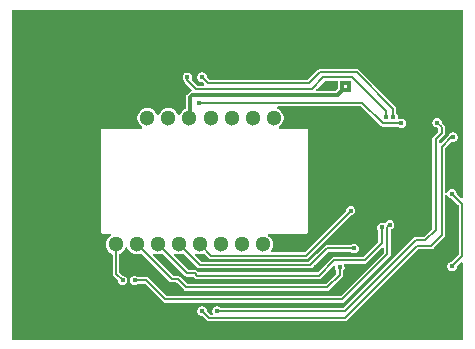
<source format=gbr>
%TF.GenerationSoftware,KiCad,Pcbnew,9.0.5*%
%TF.CreationDate,2025-10-14T06:31:36+02:00*%
%TF.ProjectId,PCB_Mouse,5043425f-4d6f-4757-9365-2e6b69636164,rev?*%
%TF.SameCoordinates,Original*%
%TF.FileFunction,Copper,L2,Bot*%
%TF.FilePolarity,Positive*%
%FSLAX46Y46*%
G04 Gerber Fmt 4.6, Leading zero omitted, Abs format (unit mm)*
G04 Created by KiCad (PCBNEW 9.0.5) date 2025-10-14 06:31:36*
%MOMM*%
%LPD*%
G01*
G04 APERTURE LIST*
%TA.AperFunction,ComponentPad*%
%ADD10C,3.800000*%
%TD*%
%TA.AperFunction,ComponentPad*%
%ADD11C,1.300000*%
%TD*%
%TA.AperFunction,ViaPad*%
%ADD12C,0.400000*%
%TD*%
%TA.AperFunction,Conductor*%
%ADD13C,0.160000*%
%TD*%
%TA.AperFunction,Conductor*%
%ADD14C,0.300000*%
%TD*%
G04 APERTURE END LIST*
D10*
%TO.P,H2,1,1*%
%TO.N,GND*%
X117500000Y-90000000D03*
%TD*%
D11*
%TO.P,U1,1,NC*%
%TO.N,unconnected-(U1-NC-Pad1)*%
X106675000Y-94650000D03*
%TO.P,U1,2,NC*%
%TO.N,unconnected-(U1-NC-Pad2)*%
X104895000Y-94650000D03*
%TO.P,U1,3,VDDPIX*%
%TO.N,Net-(U1-VDDPIX)*%
X103115000Y-94650000D03*
%TO.P,U1,4,VDD*%
%TO.N,+1V8*%
X101335000Y-94650000D03*
%TO.P,U1,5,VDDIO*%
%TO.N,+3.3V*%
X99555000Y-94650000D03*
%TO.P,U1,6,NC*%
%TO.N,unconnected-(U1-NC-Pad6)*%
X97775000Y-94650000D03*
%TO.P,U1,7,~{RESET}*%
%TO.N,/RESET*%
X95995000Y-94650000D03*
%TO.P,U1,8,GND*%
%TO.N,GND*%
X94215000Y-94650000D03*
%TO.P,U1,9,MOTION*%
%TO.N,Net-(U1-MOTION)*%
X93325000Y-105350000D03*
%TO.P,U1,10,SCLK*%
%TO.N,Net-(U1-SCLK)*%
X95105000Y-105350000D03*
%TO.P,U1,11,MOSI*%
%TO.N,/MOSI*%
X96885000Y-105350000D03*
%TO.P,U1,12,MISO*%
%TO.N,/MISO*%
X98665000Y-105350000D03*
%TO.P,U1,13,~{CS}*%
%TO.N,/CS*%
X100445000Y-105350000D03*
%TO.P,U1,14,NC*%
%TO.N,unconnected-(U1-NC-Pad14)*%
X102225000Y-105350000D03*
%TO.P,U1,15,LED_P*%
%TO.N,Net-(U1-LED_P)*%
X104005000Y-105350000D03*
%TO.P,U1,16,NC*%
%TO.N,unconnected-(U1-NC-Pad16)*%
X105785000Y-105350000D03*
%TD*%
D10*
%TO.P,H1,1,1*%
%TO.N,GND*%
X87500000Y-90000000D03*
%TD*%
%TO.P,H3,1,1*%
%TO.N,GND*%
X87500000Y-110000000D03*
%TD*%
%TO.P,H4,1,1*%
%TO.N,GND*%
X117500000Y-110000000D03*
%TD*%
D12*
%TO.N,GND*%
X116800000Y-106200000D03*
X100500000Y-106400000D03*
X99000000Y-106400000D03*
X112900000Y-106200000D03*
X110300000Y-107300000D03*
X102700000Y-108500000D03*
X112000000Y-109500000D03*
X102900000Y-109500000D03*
X102500000Y-110500000D03*
X111800000Y-110500000D03*
X105900000Y-110500000D03*
X94200000Y-106100000D03*
%TO.N,/SENSOR_INT*%
X94910000Y-108400000D03*
%TO.N,Net-(U1-MOTION)*%
X93890000Y-108400000D03*
%TO.N,GND*%
X120300000Y-111700000D03*
X122000000Y-112300000D03*
X118752500Y-97310000D03*
X113560588Y-108260588D03*
X96600000Y-107700000D03*
X88900000Y-112600000D03*
X108200000Y-112900000D03*
X114800000Y-86200000D03*
X110000000Y-89200000D03*
X85100000Y-105400000D03*
X97800000Y-112600000D03*
X93900000Y-92800000D03*
X111140000Y-88000000D03*
X91500000Y-104800000D03*
X91200000Y-109500000D03*
X111725000Y-99290000D03*
X121700000Y-106200000D03*
X92210000Y-87750000D03*
X118752500Y-100310000D03*
X85200000Y-92500000D03*
X118752500Y-99310000D03*
X104000000Y-90000000D03*
X91400000Y-98900000D03*
X115752500Y-97310000D03*
X115752500Y-98310000D03*
X105800000Y-88200000D03*
X104900000Y-112900000D03*
X117752500Y-98310000D03*
X117752500Y-97310000D03*
X110200000Y-94600000D03*
X112300000Y-89200000D03*
X116752500Y-100310000D03*
X119752500Y-100310000D03*
X85200000Y-102100000D03*
X115100000Y-110900000D03*
X119700000Y-106080000D03*
X93800000Y-111700000D03*
X122000000Y-110600000D03*
X121200000Y-92700000D03*
X120800000Y-91200000D03*
X107600000Y-90000000D03*
X116100000Y-86600000D03*
X111000000Y-108500000D03*
X107600000Y-88700000D03*
X85800000Y-107500000D03*
X110200000Y-100600000D03*
X117500000Y-92500000D03*
X94600000Y-112200000D03*
X87100000Y-97000000D03*
X97000000Y-92000000D03*
X102500000Y-112300000D03*
X90000000Y-86500000D03*
X91600000Y-91500000D03*
X115752500Y-99310000D03*
X110300000Y-98500000D03*
X120500000Y-108800000D03*
X99700000Y-111500000D03*
X86100000Y-95700000D03*
X119752500Y-101310000D03*
X107300000Y-105400000D03*
X110100000Y-104100000D03*
X122000000Y-93600000D03*
X111100000Y-91900000D03*
X85000000Y-88700000D03*
X87000000Y-102000000D03*
X98500000Y-107700000D03*
X95600000Y-109000000D03*
X122000000Y-90400000D03*
X119500000Y-92600000D03*
X92400000Y-106200000D03*
X119800000Y-87300000D03*
X107900000Y-90900000D03*
X117752500Y-101310000D03*
X101200000Y-110500000D03*
X93200000Y-93800000D03*
X98125000Y-108800000D03*
X89100000Y-92500000D03*
X90800000Y-107900000D03*
X116752500Y-97310000D03*
X116752500Y-99310000D03*
X118752500Y-98310000D03*
X97300000Y-108400000D03*
X117400000Y-87400000D03*
X117900000Y-86500000D03*
X110200000Y-95600000D03*
X113700000Y-88000000D03*
X91400000Y-88900000D03*
X91500000Y-103300000D03*
X91500000Y-111800000D03*
X117752500Y-99310000D03*
X108900000Y-105400000D03*
X93900000Y-91300000D03*
X100800000Y-112700000D03*
X93900000Y-109700000D03*
X96600000Y-93300000D03*
X104800000Y-87400000D03*
X86000000Y-87100000D03*
X91600000Y-100800000D03*
X121500000Y-86500000D03*
X122030000Y-104230000D03*
X109800000Y-112100000D03*
X90200000Y-92000000D03*
X91600000Y-92600000D03*
X89000000Y-93900000D03*
X119752500Y-97310000D03*
X108700000Y-94500000D03*
X110100000Y-102500000D03*
X114400000Y-112700000D03*
X112475000Y-98190000D03*
X119752500Y-99310000D03*
X122020000Y-105160000D03*
X103000000Y-91100000D03*
X86400000Y-94000000D03*
X93200000Y-88900000D03*
X86100000Y-99100000D03*
X109100000Y-90000000D03*
X94500000Y-107600000D03*
X95700000Y-93400000D03*
X94000000Y-90000000D03*
X115100000Y-87900000D03*
X118100000Y-112700000D03*
X86800000Y-86300000D03*
X85400000Y-112700000D03*
X110300000Y-96900000D03*
X112100000Y-85800000D03*
X114660588Y-107160588D03*
X116752500Y-101310000D03*
X115000000Y-90900000D03*
X120500000Y-89400000D03*
X91500000Y-95100000D03*
X88700000Y-103800000D03*
X102000000Y-89900000D03*
X107300000Y-112800000D03*
X115752500Y-100310000D03*
X116752500Y-98310000D03*
X92300000Y-95100000D03*
X92200000Y-90400000D03*
X118752500Y-101310000D03*
X93000000Y-108300000D03*
X96400000Y-89900000D03*
X119700000Y-112000000D03*
X122400000Y-108600000D03*
X95300000Y-91400000D03*
X117900000Y-107400000D03*
X119752500Y-98310000D03*
X120400000Y-112800000D03*
X114100000Y-86800000D03*
X104800000Y-89600000D03*
X88900000Y-99600000D03*
X114700000Y-89700000D03*
X120700000Y-106200000D03*
X89200000Y-96400000D03*
X89200000Y-87300000D03*
X116300000Y-112600000D03*
X117752500Y-100310000D03*
X111800000Y-112500000D03*
X88400000Y-86600000D03*
X92200000Y-104900000D03*
X87900000Y-106000000D03*
X111200000Y-89300000D03*
X121300000Y-87900000D03*
X115752500Y-101310000D03*
X91700000Y-96900000D03*
%TO.N,+3.3V*%
X113100000Y-91700000D03*
X112500000Y-91700000D03*
X112500000Y-92300000D03*
X113100000Y-92300000D03*
%TO.N,Net-(D3-A)*%
X121761679Y-101060000D03*
X121795000Y-107210000D03*
%TO.N,/SWCLK*%
X101900000Y-111000000D03*
X120510000Y-95050000D03*
%TO.N,/SWDIO*%
X121870000Y-96270000D03*
X100625000Y-111000000D03*
%TO.N,/USART1_TX*%
X100625000Y-91200000D03*
X116800000Y-94600000D03*
%TO.N,/USART1_RX*%
X116199997Y-94600000D03*
X99375000Y-91200000D03*
%TO.N,/RESET*%
X100400000Y-93400000D03*
X117500000Y-95100000D03*
%TO.N,/MISO*%
X113500000Y-105700000D03*
%TO.N,Net-(U1-SCLK)*%
X112280000Y-107300000D03*
%TO.N,/SENSOR_INT*%
X116502500Y-103697500D03*
%TO.N,/CS*%
X113200000Y-102500000D03*
%TO.N,/MOSI*%
X115819412Y-103919412D03*
%TD*%
D13*
%TO.N,/SWCLK*%
X112700000Y-111000000D02*
X101900000Y-111000000D01*
X120900000Y-95900000D02*
X120400000Y-96400000D01*
X120900000Y-95440000D02*
X120900000Y-95900000D01*
X118700000Y-105000000D02*
X112700000Y-111000000D01*
X120510000Y-95050000D02*
X120900000Y-95440000D01*
X120400000Y-96400000D02*
X120400000Y-104100000D01*
X120400000Y-104100000D02*
X119500000Y-105000000D01*
X119500000Y-105000000D02*
X118700000Y-105000000D01*
%TO.N,/SENSOR_INT*%
X116300000Y-103900000D02*
X116502500Y-103697500D01*
X95900000Y-108400000D02*
X97500000Y-110000000D01*
X97500000Y-110000000D02*
X112500000Y-110000000D01*
X112500000Y-110000000D02*
X116300000Y-106200000D01*
X116300000Y-106200000D02*
X116300000Y-103900000D01*
X94910000Y-108400000D02*
X95900000Y-108400000D01*
%TO.N,/MISO*%
X100415000Y-107100000D02*
X98665000Y-105350000D01*
X111200000Y-105700000D02*
X109800000Y-107100000D01*
X113500000Y-105700000D02*
X111200000Y-105700000D01*
X109800000Y-107100000D02*
X100415000Y-107100000D01*
%TO.N,/CS*%
X109400000Y-106300000D02*
X113200000Y-102500000D01*
X101395000Y-106300000D02*
X109400000Y-106300000D01*
X100445000Y-105350000D02*
X101395000Y-106300000D01*
%TO.N,/MOSI*%
X111800000Y-106700000D02*
X114400000Y-106700000D01*
X110500000Y-108000000D02*
X111800000Y-106700000D01*
X115819412Y-105280588D02*
X115819412Y-103919412D01*
X100200000Y-108000000D02*
X110500000Y-108000000D01*
X99335000Y-107800000D02*
X100000000Y-107800000D01*
X100000000Y-107800000D02*
X100200000Y-108000000D01*
X96885000Y-105350000D02*
X99335000Y-107800000D01*
X114400000Y-106700000D02*
X115819412Y-105280588D01*
%TO.N,Net-(U1-SCLK)*%
X111200000Y-109000000D02*
X99300000Y-109000000D01*
X99300000Y-109000000D02*
X98600000Y-108300000D01*
X98600000Y-108300000D02*
X98055000Y-108300000D01*
X112280000Y-107920000D02*
X111200000Y-109000000D01*
X112280000Y-107300000D02*
X112280000Y-107920000D01*
X98055000Y-108300000D02*
X95105000Y-105350000D01*
%TO.N,/SWDIO*%
X112700000Y-111600000D02*
X101225000Y-111600000D01*
X120000000Y-105500000D02*
X118800000Y-105500000D01*
X101225000Y-111600000D02*
X100625000Y-111000000D01*
X120900000Y-104600000D02*
X120000000Y-105500000D01*
X118800000Y-105500000D02*
X112700000Y-111600000D01*
X120900000Y-97100000D02*
X120900000Y-104600000D01*
X121730000Y-96270000D02*
X120900000Y-97100000D01*
X121870000Y-96270000D02*
X121730000Y-96270000D01*
%TO.N,Net-(U1-MOTION)*%
X93325000Y-107835000D02*
X93890000Y-108400000D01*
X93325000Y-105350000D02*
X93325000Y-107835000D01*
D14*
%TO.N,+3.3V*%
X113100000Y-91700000D02*
X113100000Y-92300000D01*
X112500000Y-91700000D02*
X112500000Y-92300000D01*
X99600000Y-92900000D02*
X99800000Y-92700000D01*
X112500000Y-92300000D02*
X113100000Y-92300000D01*
X99555000Y-94650000D02*
X99600000Y-94605000D01*
X112100000Y-92700000D02*
X112500000Y-92300000D01*
X99600000Y-94605000D02*
X99600000Y-92900000D01*
X113100000Y-91700000D02*
X112500000Y-91700000D01*
X99800000Y-92700000D02*
X112100000Y-92700000D01*
D13*
%TO.N,Net-(D3-A)*%
X121795000Y-107205000D02*
X121795000Y-107210000D01*
X122619000Y-101919000D02*
X122619000Y-106381000D01*
X121761679Y-101061679D02*
X122619000Y-101919000D01*
X121761679Y-101060000D02*
X121761679Y-101061679D01*
X122619000Y-106381000D02*
X121795000Y-107205000D01*
%TO.N,/USART1_TX*%
X110600000Y-90800000D02*
X109700000Y-91700000D01*
X113700000Y-90800000D02*
X110600000Y-90800000D01*
X109700000Y-91700000D02*
X101125000Y-91700000D01*
X116800000Y-94600000D02*
X116800000Y-93900000D01*
X101125000Y-91700000D02*
X100625000Y-91200000D01*
X116800000Y-93900000D02*
X113700000Y-90800000D01*
%TO.N,/USART1_RX*%
X113300000Y-91200000D02*
X116199997Y-94099997D01*
X100100000Y-92200000D02*
X109900000Y-92200000D01*
X116199997Y-94099997D02*
X116199997Y-94600000D01*
X99375000Y-91475000D02*
X100100000Y-92200000D01*
X109900000Y-92200000D02*
X110900000Y-91200000D01*
X99375000Y-91200000D02*
X99375000Y-91475000D01*
X110900000Y-91200000D02*
X113300000Y-91200000D01*
%TO.N,/RESET*%
X114200000Y-93400000D02*
X115900000Y-95100000D01*
X100400000Y-93400000D02*
X114200000Y-93400000D01*
X115900000Y-95100000D02*
X117500000Y-95100000D01*
%TD*%
%TA.AperFunction,Conductor*%
%TO.N,GND*%
G36*
X96554875Y-106133832D02*
G01*
X96636918Y-106167816D01*
X96801233Y-106200500D01*
X96801234Y-106200500D01*
X96968766Y-106200500D01*
X96968767Y-106200500D01*
X97133082Y-106167816D01*
X97194329Y-106142445D01*
X97255325Y-106137645D01*
X97302219Y-106163906D01*
X99110544Y-107972231D01*
X99110543Y-107972231D01*
X99137813Y-107999500D01*
X99162769Y-108024456D01*
X99206147Y-108049500D01*
X99226731Y-108061384D01*
X99226733Y-108061384D01*
X99226734Y-108061385D01*
X99262401Y-108070942D01*
X99298068Y-108080499D01*
X99298070Y-108080500D01*
X99298071Y-108080500D01*
X99298072Y-108080500D01*
X99842807Y-108080500D01*
X99850404Y-108082968D01*
X99858295Y-108081719D01*
X99878948Y-108092242D01*
X99900998Y-108099407D01*
X99912808Y-108109495D01*
X99957400Y-108154087D01*
X99975543Y-108172230D01*
X99975545Y-108172233D01*
X100027766Y-108224453D01*
X100027769Y-108224456D01*
X100091731Y-108261384D01*
X100163072Y-108280500D01*
X100163074Y-108280500D01*
X110536930Y-108280500D01*
X110536930Y-108280499D01*
X110608265Y-108261385D01*
X110608266Y-108261385D01*
X110608266Y-108261384D01*
X110608269Y-108261384D01*
X110672231Y-108224456D01*
X110724456Y-108172231D01*
X110724456Y-108172229D01*
X110732606Y-108164080D01*
X110732608Y-108164077D01*
X111710497Y-107186190D01*
X111765013Y-107158413D01*
X111825445Y-107167984D01*
X111868710Y-107211249D01*
X111879500Y-107256194D01*
X111879500Y-107352727D01*
X111886942Y-107380500D01*
X111906794Y-107454589D01*
X111906794Y-107454590D01*
X111959518Y-107545910D01*
X111959520Y-107545913D01*
X111970505Y-107556898D01*
X111974130Y-107564013D01*
X111980593Y-107568709D01*
X111987756Y-107590757D01*
X111998281Y-107611413D01*
X111999500Y-107626900D01*
X111999500Y-107762805D01*
X111980593Y-107820996D01*
X111970504Y-107832809D01*
X111112810Y-108690504D01*
X111058293Y-108718281D01*
X111042806Y-108719500D01*
X99457195Y-108719500D01*
X99399004Y-108700593D01*
X99387191Y-108690504D01*
X98824457Y-108127771D01*
X98824456Y-108127769D01*
X98772231Y-108075544D01*
X98708269Y-108038616D01*
X98708268Y-108038615D01*
X98708265Y-108038614D01*
X98669653Y-108028268D01*
X98669652Y-108028268D01*
X98636931Y-108019500D01*
X98636929Y-108019500D01*
X98636928Y-108019500D01*
X98212194Y-108019500D01*
X98154003Y-108000593D01*
X98142190Y-107990504D01*
X96446987Y-106295301D01*
X96419210Y-106240784D01*
X96428781Y-106180352D01*
X96472046Y-106137087D01*
X96532478Y-106127516D01*
X96554875Y-106133832D01*
G37*
%TD.AperFunction*%
%TA.AperFunction,Conductor*%
G36*
X112041923Y-91489193D02*
G01*
X112069088Y-91496472D01*
X112070788Y-91498571D01*
X112073359Y-91499407D01*
X112089894Y-91522165D01*
X112107593Y-91544022D01*
X112107734Y-91546720D01*
X112109323Y-91548907D01*
X112110794Y-91605124D01*
X112099500Y-91647270D01*
X112099500Y-91647273D01*
X112099500Y-91752727D01*
X112108895Y-91787790D01*
X112126794Y-91854590D01*
X112136235Y-91870941D01*
X112149500Y-91920443D01*
X112149500Y-92079555D01*
X112136238Y-92129052D01*
X112126794Y-92145410D01*
X112126792Y-92145413D01*
X112121904Y-92163657D01*
X112096282Y-92208034D01*
X111983814Y-92320503D01*
X111929297Y-92348281D01*
X111913810Y-92349500D01*
X110386194Y-92349500D01*
X110328003Y-92330593D01*
X110292039Y-92281093D01*
X110292039Y-92219907D01*
X110316190Y-92180496D01*
X110587977Y-91908710D01*
X110987191Y-91509496D01*
X111041708Y-91481719D01*
X111057195Y-91480500D01*
X112015168Y-91480500D01*
X112041923Y-91489193D01*
G37*
%TD.AperFunction*%
%TA.AperFunction,Conductor*%
G36*
X122658691Y-85489407D02*
G01*
X122694655Y-85538907D01*
X122699500Y-85569500D01*
X122699500Y-101363805D01*
X122680593Y-101421996D01*
X122631093Y-101457960D01*
X122569907Y-101457960D01*
X122530496Y-101433809D01*
X122191175Y-101094488D01*
X122163398Y-101039971D01*
X122162179Y-101024484D01*
X122162179Y-101007274D01*
X122162179Y-101007273D01*
X122134886Y-100905413D01*
X122082159Y-100814087D01*
X122007592Y-100739520D01*
X121916266Y-100686793D01*
X121814406Y-100659500D01*
X121708952Y-100659500D01*
X121607092Y-100686793D01*
X121607091Y-100686793D01*
X121607089Y-100686794D01*
X121607088Y-100686794D01*
X121515768Y-100739518D01*
X121441197Y-100814089D01*
X121388473Y-100905409D01*
X121388473Y-100905411D01*
X121388472Y-100905413D01*
X121375127Y-100955219D01*
X121341803Y-101006533D01*
X121284681Y-101028460D01*
X121225581Y-101012624D01*
X121187076Y-100965074D01*
X121180500Y-100929596D01*
X121180500Y-97257194D01*
X121199407Y-97199003D01*
X121209496Y-97187190D01*
X121705020Y-96691665D01*
X121759535Y-96663890D01*
X121800642Y-96666043D01*
X121817273Y-96670500D01*
X121817275Y-96670500D01*
X121922725Y-96670500D01*
X121922727Y-96670500D01*
X122024587Y-96643207D01*
X122115913Y-96590480D01*
X122190480Y-96515913D01*
X122243207Y-96424587D01*
X122270500Y-96322727D01*
X122270500Y-96217273D01*
X122243207Y-96115413D01*
X122190480Y-96024087D01*
X122115913Y-95949520D01*
X122024587Y-95896793D01*
X121922727Y-95869500D01*
X121817273Y-95869500D01*
X121715413Y-95896793D01*
X121715412Y-95896793D01*
X121715410Y-95896794D01*
X121715409Y-95896794D01*
X121624089Y-95949518D01*
X121549519Y-96024088D01*
X121515457Y-96083084D01*
X121499725Y-96103586D01*
X120849504Y-96753808D01*
X120828848Y-96764332D01*
X120810093Y-96777959D01*
X120802104Y-96777959D01*
X120794987Y-96781585D01*
X120772092Y-96777959D01*
X120748907Y-96777959D01*
X120742444Y-96773263D01*
X120734555Y-96772014D01*
X120718163Y-96755622D01*
X120699407Y-96741995D01*
X120696938Y-96734397D01*
X120691290Y-96728749D01*
X120680500Y-96683804D01*
X120680500Y-96557193D01*
X120699407Y-96499002D01*
X120709497Y-96487189D01*
X120873963Y-96322723D01*
X121124456Y-96072231D01*
X121161384Y-96008269D01*
X121180500Y-95936928D01*
X121180500Y-95863071D01*
X121180500Y-95403072D01*
X121174443Y-95380469D01*
X121161384Y-95331731D01*
X121149199Y-95310626D01*
X121124456Y-95267769D01*
X121124455Y-95267767D01*
X121072231Y-95215543D01*
X121072231Y-95215544D01*
X120939496Y-95082809D01*
X120911719Y-95028292D01*
X120910500Y-95012805D01*
X120910500Y-94997274D01*
X120896604Y-94945413D01*
X120883207Y-94895413D01*
X120859347Y-94854087D01*
X120830481Y-94804089D01*
X120830480Y-94804087D01*
X120755913Y-94729520D01*
X120755490Y-94729276D01*
X120664589Y-94676794D01*
X120664588Y-94676793D01*
X120664587Y-94676793D01*
X120562727Y-94649500D01*
X120457273Y-94649500D01*
X120355413Y-94676793D01*
X120355412Y-94676793D01*
X120355410Y-94676794D01*
X120355409Y-94676794D01*
X120264089Y-94729518D01*
X120189518Y-94804089D01*
X120136794Y-94895409D01*
X120136794Y-94895410D01*
X120136793Y-94895412D01*
X120136793Y-94895413D01*
X120109500Y-94997273D01*
X120109500Y-95102727D01*
X120133464Y-95192161D01*
X120136794Y-95204589D01*
X120136794Y-95204590D01*
X120165662Y-95254590D01*
X120189520Y-95295913D01*
X120264087Y-95370480D01*
X120355413Y-95423207D01*
X120457273Y-95450500D01*
X120472806Y-95450500D01*
X120480403Y-95452968D01*
X120488292Y-95451719D01*
X120508945Y-95462242D01*
X120530997Y-95469407D01*
X120542809Y-95479496D01*
X120590503Y-95527189D01*
X120618281Y-95581705D01*
X120619500Y-95597193D01*
X120619500Y-95742805D01*
X120600593Y-95800996D01*
X120590504Y-95812809D01*
X120227771Y-96175542D01*
X120227769Y-96175544D01*
X120227768Y-96175543D01*
X120175546Y-96227766D01*
X120138615Y-96291732D01*
X120134954Y-96305396D01*
X120130311Y-96322727D01*
X120130311Y-96322728D01*
X120119500Y-96363071D01*
X120119500Y-103942805D01*
X120100593Y-104000996D01*
X120090504Y-104012809D01*
X119412810Y-104690504D01*
X119358293Y-104718281D01*
X119342806Y-104719500D01*
X118663068Y-104719500D01*
X118591734Y-104738614D01*
X118591733Y-104738614D01*
X118527766Y-104775546D01*
X112612810Y-110690504D01*
X112558293Y-110718281D01*
X112542806Y-110719500D01*
X102226900Y-110719500D01*
X102168709Y-110700593D01*
X102156902Y-110690509D01*
X102145913Y-110679520D01*
X102054587Y-110626793D01*
X101952727Y-110599500D01*
X101847273Y-110599500D01*
X101745413Y-110626793D01*
X101745412Y-110626793D01*
X101745410Y-110626794D01*
X101745409Y-110626794D01*
X101654089Y-110679518D01*
X101579518Y-110754089D01*
X101526794Y-110845409D01*
X101526794Y-110845410D01*
X101526793Y-110845412D01*
X101526793Y-110845413D01*
X101499500Y-110947273D01*
X101499500Y-111052727D01*
X101526793Y-111154587D01*
X101536269Y-111171000D01*
X101538468Y-111181346D01*
X101544688Y-111189907D01*
X101544688Y-111210605D01*
X101548991Y-111230848D01*
X101544688Y-111240512D01*
X101544688Y-111251093D01*
X101532522Y-111267837D01*
X101524105Y-111286743D01*
X101514943Y-111292032D01*
X101508724Y-111300593D01*
X101489037Y-111306989D01*
X101471117Y-111317336D01*
X101450533Y-111319500D01*
X101382195Y-111319500D01*
X101324004Y-111300593D01*
X101312191Y-111290504D01*
X101054496Y-111032809D01*
X101026719Y-110978292D01*
X101025500Y-110962805D01*
X101025500Y-110947274D01*
X101025500Y-110947273D01*
X100998207Y-110845413D01*
X100945480Y-110754087D01*
X100870913Y-110679520D01*
X100779587Y-110626793D01*
X100677727Y-110599500D01*
X100572273Y-110599500D01*
X100470413Y-110626793D01*
X100470412Y-110626793D01*
X100470410Y-110626794D01*
X100470409Y-110626794D01*
X100379089Y-110679518D01*
X100304518Y-110754089D01*
X100251794Y-110845409D01*
X100251794Y-110845410D01*
X100251793Y-110845412D01*
X100251793Y-110845413D01*
X100224500Y-110947273D01*
X100224500Y-111052727D01*
X100251793Y-111154587D01*
X100251794Y-111154589D01*
X100251794Y-111154590D01*
X100304518Y-111245910D01*
X100304520Y-111245913D01*
X100379087Y-111320480D01*
X100470413Y-111373207D01*
X100572273Y-111400500D01*
X100587807Y-111400500D01*
X100645998Y-111419407D01*
X100657811Y-111429497D01*
X101000542Y-111772230D01*
X101000543Y-111772230D01*
X101000544Y-111772231D01*
X101000543Y-111772231D01*
X101052766Y-111824453D01*
X101052769Y-111824456D01*
X101116731Y-111861384D01*
X101116733Y-111861384D01*
X101116734Y-111861385D01*
X101152401Y-111870942D01*
X101188068Y-111880499D01*
X101188070Y-111880500D01*
X101188071Y-111880500D01*
X112736930Y-111880500D01*
X112736930Y-111880499D01*
X112808265Y-111861385D01*
X112808266Y-111861385D01*
X112808266Y-111861384D01*
X112808269Y-111861384D01*
X112872231Y-111824456D01*
X112924456Y-111772231D01*
X112924457Y-111772228D01*
X118887191Y-105809496D01*
X118941708Y-105781719D01*
X118957195Y-105780500D01*
X120036930Y-105780500D01*
X120036930Y-105780499D01*
X120108269Y-105761384D01*
X120118108Y-105755703D01*
X120123027Y-105752864D01*
X120136210Y-105745251D01*
X120172231Y-105724456D01*
X120224456Y-105672231D01*
X120224456Y-105672229D01*
X120232606Y-105664080D01*
X120232607Y-105664077D01*
X121124455Y-104772232D01*
X121161384Y-104708269D01*
X121180500Y-104636929D01*
X121180500Y-104563071D01*
X121180500Y-101190403D01*
X121199407Y-101132212D01*
X121248907Y-101096248D01*
X121310093Y-101096248D01*
X121359593Y-101132212D01*
X121375125Y-101164777D01*
X121388472Y-101214587D01*
X121388473Y-101214589D01*
X121388473Y-101214590D01*
X121441197Y-101305910D01*
X121441199Y-101305913D01*
X121515766Y-101380480D01*
X121607092Y-101433207D01*
X121708952Y-101460500D01*
X121722806Y-101460500D01*
X121780997Y-101479407D01*
X121792810Y-101489496D01*
X122309504Y-102006190D01*
X122337281Y-102060707D01*
X122338500Y-102076194D01*
X122338500Y-106223805D01*
X122319593Y-106281996D01*
X122309504Y-106293808D01*
X121822810Y-106780503D01*
X121768293Y-106808281D01*
X121752806Y-106809500D01*
X121742273Y-106809500D01*
X121640413Y-106836793D01*
X121640412Y-106836793D01*
X121640410Y-106836794D01*
X121640409Y-106836794D01*
X121549089Y-106889518D01*
X121474518Y-106964089D01*
X121421794Y-107055409D01*
X121421794Y-107055410D01*
X121421793Y-107055412D01*
X121421793Y-107055413D01*
X121394500Y-107157273D01*
X121394500Y-107262727D01*
X121421793Y-107364587D01*
X121421794Y-107364589D01*
X121421794Y-107364590D01*
X121473756Y-107454590D01*
X121474520Y-107455913D01*
X121549087Y-107530480D01*
X121640413Y-107583207D01*
X121742273Y-107610500D01*
X121742275Y-107610500D01*
X121847725Y-107610500D01*
X121847727Y-107610500D01*
X121949587Y-107583207D01*
X122040913Y-107530480D01*
X122115480Y-107455913D01*
X122168207Y-107364587D01*
X122195500Y-107262727D01*
X122195500Y-107242194D01*
X122214407Y-107184003D01*
X122224496Y-107172190D01*
X122530496Y-106866190D01*
X122585013Y-106838413D01*
X122645445Y-106847984D01*
X122688710Y-106891249D01*
X122699500Y-106936194D01*
X122699500Y-113330500D01*
X122680593Y-113388691D01*
X122631093Y-113424655D01*
X122600500Y-113429500D01*
X84649500Y-113429500D01*
X84591309Y-113410593D01*
X84555345Y-113361093D01*
X84550500Y-113330500D01*
X84550500Y-95670064D01*
X92044500Y-95670064D01*
X92044500Y-104329936D01*
X92067413Y-104385251D01*
X92109749Y-104427587D01*
X92165064Y-104450500D01*
X92165066Y-104450500D01*
X92813979Y-104450500D01*
X92872170Y-104469407D01*
X92908134Y-104518907D01*
X92908134Y-104580093D01*
X92872170Y-104629593D01*
X92868981Y-104631815D01*
X92782838Y-104689374D01*
X92782834Y-104689377D01*
X92664377Y-104807834D01*
X92664374Y-104807838D01*
X92571296Y-104947137D01*
X92507185Y-105101914D01*
X92507183Y-105101920D01*
X92474500Y-105266230D01*
X92474500Y-105433769D01*
X92507183Y-105598079D01*
X92507185Y-105598085D01*
X92571296Y-105752862D01*
X92590578Y-105781719D01*
X92664374Y-105892162D01*
X92782838Y-106010626D01*
X92865884Y-106066116D01*
X92922130Y-106103699D01*
X92922134Y-106103701D01*
X92922137Y-106103703D01*
X92983386Y-106129073D01*
X93029911Y-106168807D01*
X93044500Y-106220536D01*
X93044500Y-107798071D01*
X93044500Y-107871929D01*
X93054237Y-107908268D01*
X93063616Y-107943269D01*
X93100544Y-108007231D01*
X93152769Y-108059456D01*
X93152771Y-108059457D01*
X93460504Y-108367190D01*
X93488281Y-108421707D01*
X93489500Y-108437194D01*
X93489500Y-108452727D01*
X93508720Y-108524456D01*
X93516794Y-108554589D01*
X93548494Y-108609496D01*
X93569520Y-108645913D01*
X93644087Y-108720480D01*
X93735413Y-108773207D01*
X93837273Y-108800500D01*
X93837275Y-108800500D01*
X93942725Y-108800500D01*
X93942727Y-108800500D01*
X94044587Y-108773207D01*
X94135913Y-108720480D01*
X94210480Y-108645913D01*
X94263207Y-108554587D01*
X94290500Y-108452727D01*
X94290500Y-108347273D01*
X94263207Y-108245413D01*
X94253021Y-108227771D01*
X94210481Y-108154089D01*
X94210480Y-108154087D01*
X94135913Y-108079520D01*
X94129026Y-108075544D01*
X94044589Y-108026794D01*
X94044588Y-108026793D01*
X94044587Y-108026793D01*
X93942727Y-107999500D01*
X93942725Y-107999500D01*
X93927195Y-107999500D01*
X93869004Y-107980593D01*
X93857191Y-107970504D01*
X93634496Y-107747809D01*
X93606719Y-107693292D01*
X93605500Y-107677805D01*
X93605500Y-106220536D01*
X93624407Y-106162345D01*
X93666612Y-106129073D01*
X93727863Y-106103703D01*
X93867162Y-106010626D01*
X93985626Y-105892162D01*
X94078703Y-105752863D01*
X94123536Y-105644626D01*
X94163273Y-105598102D01*
X94222768Y-105583818D01*
X94279295Y-105607233D01*
X94306464Y-105644627D01*
X94351296Y-105752862D01*
X94370578Y-105781719D01*
X94444374Y-105892162D01*
X94562838Y-106010626D01*
X94702137Y-106103703D01*
X94856918Y-106167816D01*
X95021233Y-106200500D01*
X95021234Y-106200500D01*
X95188766Y-106200500D01*
X95188767Y-106200500D01*
X95353082Y-106167816D01*
X95414330Y-106142445D01*
X95475324Y-106137644D01*
X95522219Y-106163905D01*
X97830542Y-108472228D01*
X97830544Y-108472231D01*
X97882769Y-108524456D01*
X97934958Y-108554587D01*
X97946731Y-108561384D01*
X97946732Y-108561384D01*
X97946734Y-108561385D01*
X97982401Y-108570942D01*
X98018068Y-108580499D01*
X98018070Y-108580500D01*
X98018071Y-108580500D01*
X98018072Y-108580500D01*
X98442806Y-108580500D01*
X98500997Y-108599407D01*
X98512810Y-108609496D01*
X99075543Y-109172230D01*
X99075544Y-109172231D01*
X99075543Y-109172231D01*
X99127766Y-109224453D01*
X99127769Y-109224456D01*
X99191731Y-109261384D01*
X99191733Y-109261384D01*
X99191734Y-109261385D01*
X99227401Y-109270942D01*
X99263068Y-109280499D01*
X99263070Y-109280500D01*
X99263071Y-109280500D01*
X111236930Y-109280500D01*
X111236930Y-109280499D01*
X111308265Y-109261385D01*
X111308266Y-109261385D01*
X111308266Y-109261384D01*
X111308269Y-109261384D01*
X111372231Y-109224456D01*
X111424456Y-109172231D01*
X111424457Y-109172228D01*
X112504456Y-108092231D01*
X112509804Y-108082968D01*
X112511230Y-108080499D01*
X112526306Y-108054384D01*
X112541384Y-108028269D01*
X112560500Y-107956928D01*
X112560500Y-107626900D01*
X112579407Y-107568709D01*
X112589490Y-107556902D01*
X112600480Y-107545913D01*
X112653207Y-107454587D01*
X112680500Y-107352727D01*
X112680500Y-107247273D01*
X112653207Y-107145413D01*
X112643730Y-107128999D01*
X112631009Y-107069152D01*
X112655895Y-107013257D01*
X112708883Y-106982664D01*
X112729467Y-106980500D01*
X114436930Y-106980500D01*
X114436930Y-106980499D01*
X114508265Y-106961385D01*
X114508266Y-106961385D01*
X114508266Y-106961384D01*
X114508269Y-106961384D01*
X114572231Y-106924456D01*
X114624456Y-106872231D01*
X114624457Y-106872228D01*
X115850497Y-105646188D01*
X115905013Y-105618412D01*
X115965445Y-105627983D01*
X116008710Y-105671248D01*
X116019500Y-105716193D01*
X116019500Y-106042805D01*
X116000593Y-106100996D01*
X115990504Y-106112809D01*
X112412810Y-109690504D01*
X112358293Y-109718281D01*
X112342806Y-109719500D01*
X97657195Y-109719500D01*
X97599004Y-109700593D01*
X97587191Y-109690504D01*
X96124457Y-108227771D01*
X96124456Y-108227769D01*
X96072231Y-108175544D01*
X96008269Y-108138616D01*
X96008268Y-108138615D01*
X96008265Y-108138614D01*
X95936931Y-108119500D01*
X95936929Y-108119500D01*
X95936928Y-108119500D01*
X95236900Y-108119500D01*
X95178709Y-108100593D01*
X95166902Y-108090509D01*
X95155913Y-108079520D01*
X95149026Y-108075544D01*
X95064589Y-108026794D01*
X95064588Y-108026793D01*
X95064587Y-108026793D01*
X94962727Y-107999500D01*
X94857273Y-107999500D01*
X94755413Y-108026793D01*
X94755412Y-108026793D01*
X94755410Y-108026794D01*
X94755409Y-108026794D01*
X94664089Y-108079518D01*
X94589518Y-108154089D01*
X94536794Y-108245409D01*
X94536794Y-108245410D01*
X94536793Y-108245412D01*
X94536793Y-108245413D01*
X94509500Y-108347273D01*
X94509500Y-108452727D01*
X94528720Y-108524456D01*
X94536794Y-108554589D01*
X94568494Y-108609496D01*
X94589520Y-108645913D01*
X94664087Y-108720480D01*
X94755413Y-108773207D01*
X94857273Y-108800500D01*
X94857275Y-108800500D01*
X94962725Y-108800500D01*
X94962727Y-108800500D01*
X95064587Y-108773207D01*
X95155913Y-108720480D01*
X95166898Y-108709494D01*
X95221413Y-108681719D01*
X95236900Y-108680500D01*
X95742806Y-108680500D01*
X95800997Y-108699407D01*
X95812810Y-108709496D01*
X97275543Y-110172230D01*
X97275544Y-110172231D01*
X97275543Y-110172231D01*
X97327766Y-110224453D01*
X97327769Y-110224456D01*
X97391731Y-110261384D01*
X97463072Y-110280500D01*
X97463074Y-110280500D01*
X112536930Y-110280500D01*
X112536930Y-110280499D01*
X112608265Y-110261385D01*
X112608266Y-110261385D01*
X112608266Y-110261384D01*
X112608269Y-110261384D01*
X112672231Y-110224456D01*
X112724456Y-110172231D01*
X112724457Y-110172228D01*
X116524456Y-106372231D01*
X116544838Y-106336928D01*
X116561384Y-106308269D01*
X116580500Y-106236928D01*
X116580500Y-104167193D01*
X116599407Y-104109002D01*
X116648907Y-104073038D01*
X116653834Y-104071578D01*
X116657087Y-104070707D01*
X116748413Y-104017980D01*
X116822980Y-103943413D01*
X116875707Y-103852087D01*
X116903000Y-103750227D01*
X116903000Y-103644773D01*
X116875707Y-103542913D01*
X116822980Y-103451587D01*
X116748413Y-103377020D01*
X116657087Y-103324293D01*
X116555227Y-103297000D01*
X116449773Y-103297000D01*
X116347913Y-103324293D01*
X116347912Y-103324293D01*
X116347910Y-103324294D01*
X116347909Y-103324294D01*
X116256589Y-103377018D01*
X116182019Y-103451588D01*
X116138543Y-103526890D01*
X116093073Y-103567830D01*
X116032223Y-103574225D01*
X116003308Y-103563126D01*
X115974000Y-103546205D01*
X115940045Y-103537107D01*
X115872139Y-103518912D01*
X115766685Y-103518912D01*
X115664825Y-103546205D01*
X115664824Y-103546205D01*
X115664822Y-103546206D01*
X115664821Y-103546206D01*
X115573501Y-103598930D01*
X115498930Y-103673501D01*
X115446206Y-103764821D01*
X115446206Y-103764822D01*
X115446205Y-103764824D01*
X115446205Y-103764825D01*
X115418912Y-103866685D01*
X115418912Y-103972139D01*
X115445323Y-104070707D01*
X115446206Y-104074001D01*
X115446206Y-104074002D01*
X115489795Y-104149500D01*
X115498932Y-104165325D01*
X115509917Y-104176310D01*
X115537693Y-104230825D01*
X115538912Y-104246312D01*
X115538912Y-105123393D01*
X115520005Y-105181584D01*
X115509916Y-105193397D01*
X114312810Y-106390504D01*
X114258293Y-106418281D01*
X114242806Y-106419500D01*
X111763072Y-106419500D01*
X111691731Y-106438616D01*
X111691730Y-106438616D01*
X111691728Y-106438617D01*
X111633508Y-106472229D01*
X111633509Y-106472230D01*
X111627770Y-106475543D01*
X110412810Y-107690504D01*
X110358293Y-107718281D01*
X110342806Y-107719500D01*
X100357195Y-107719500D01*
X100299004Y-107700593D01*
X100287191Y-107690504D01*
X100224456Y-107627769D01*
X100224456Y-107627768D01*
X100172230Y-107575543D01*
X100108272Y-107538617D01*
X100108269Y-107538615D01*
X100102025Y-107536942D01*
X100100798Y-107536614D01*
X100036931Y-107519500D01*
X100036929Y-107519500D01*
X100036928Y-107519500D01*
X99492195Y-107519500D01*
X99434004Y-107500593D01*
X99422191Y-107490504D01*
X98226989Y-106295302D01*
X98199212Y-106240785D01*
X98208783Y-106180353D01*
X98252048Y-106137088D01*
X98312480Y-106127517D01*
X98334878Y-106133833D01*
X98416918Y-106167816D01*
X98581233Y-106200500D01*
X98581234Y-106200500D01*
X98748766Y-106200500D01*
X98748767Y-106200500D01*
X98913082Y-106167816D01*
X98974329Y-106142445D01*
X99035325Y-106137645D01*
X99082219Y-106163906D01*
X100190544Y-107272231D01*
X100190543Y-107272231D01*
X100242766Y-107324453D01*
X100242769Y-107324456D01*
X100306731Y-107361384D01*
X100378072Y-107380500D01*
X100378074Y-107380500D01*
X109836930Y-107380500D01*
X109836930Y-107380499D01*
X109908265Y-107361385D01*
X109908266Y-107361385D01*
X109908266Y-107361384D01*
X109908269Y-107361384D01*
X109972231Y-107324456D01*
X110024456Y-107272231D01*
X110024456Y-107272229D01*
X110032606Y-107264080D01*
X110032608Y-107264077D01*
X111287192Y-106009496D01*
X111341708Y-105981719D01*
X111357195Y-105980500D01*
X113173100Y-105980500D01*
X113231291Y-105999407D01*
X113243097Y-106009490D01*
X113254087Y-106020480D01*
X113345413Y-106073207D01*
X113447273Y-106100500D01*
X113447275Y-106100500D01*
X113552725Y-106100500D01*
X113552727Y-106100500D01*
X113654587Y-106073207D01*
X113745913Y-106020480D01*
X113820480Y-105945913D01*
X113873207Y-105854587D01*
X113900500Y-105752727D01*
X113900500Y-105647273D01*
X113873207Y-105545413D01*
X113820480Y-105454087D01*
X113745913Y-105379520D01*
X113654587Y-105326793D01*
X113552727Y-105299500D01*
X113447273Y-105299500D01*
X113345413Y-105326793D01*
X113345412Y-105326793D01*
X113345410Y-105326794D01*
X113345409Y-105326794D01*
X113254089Y-105379518D01*
X113254087Y-105379519D01*
X113254087Y-105379520D01*
X113243101Y-105390505D01*
X113188587Y-105418281D01*
X113173100Y-105419500D01*
X111163068Y-105419500D01*
X111091734Y-105438614D01*
X111091733Y-105438614D01*
X111027769Y-105475544D01*
X110360868Y-106142446D01*
X109712810Y-106790504D01*
X109658293Y-106818281D01*
X109642806Y-106819500D01*
X100572195Y-106819500D01*
X100514004Y-106800593D01*
X100502191Y-106790504D01*
X100006989Y-106295302D01*
X99979212Y-106240785D01*
X99988783Y-106180353D01*
X100032048Y-106137088D01*
X100092480Y-106127517D01*
X100114878Y-106133833D01*
X100196918Y-106167816D01*
X100361233Y-106200500D01*
X100361234Y-106200500D01*
X100528766Y-106200500D01*
X100528767Y-106200500D01*
X100693082Y-106167816D01*
X100754329Y-106142445D01*
X100815325Y-106137645D01*
X100862218Y-106163906D01*
X101070542Y-106372229D01*
X101222769Y-106524456D01*
X101286731Y-106561384D01*
X101286733Y-106561384D01*
X101286734Y-106561385D01*
X101322401Y-106570942D01*
X101358068Y-106580499D01*
X101358070Y-106580500D01*
X101358071Y-106580500D01*
X109436930Y-106580500D01*
X109436930Y-106580499D01*
X109508265Y-106561385D01*
X109508266Y-106561385D01*
X109508266Y-106561384D01*
X109508269Y-106561384D01*
X109572231Y-106524456D01*
X109624456Y-106472231D01*
X109624457Y-106472228D01*
X113167191Y-102929496D01*
X113221708Y-102901719D01*
X113237195Y-102900500D01*
X113252725Y-102900500D01*
X113252727Y-102900500D01*
X113354587Y-102873207D01*
X113445913Y-102820480D01*
X113520480Y-102745913D01*
X113573207Y-102654587D01*
X113600500Y-102552727D01*
X113600500Y-102447273D01*
X113573207Y-102345413D01*
X113520480Y-102254087D01*
X113445913Y-102179520D01*
X113354587Y-102126793D01*
X113252727Y-102099500D01*
X113147273Y-102099500D01*
X113045413Y-102126793D01*
X113045412Y-102126793D01*
X113045410Y-102126794D01*
X113045409Y-102126794D01*
X112954089Y-102179518D01*
X112879518Y-102254089D01*
X112826794Y-102345409D01*
X112826794Y-102345410D01*
X112799500Y-102447274D01*
X112799500Y-102462805D01*
X112780593Y-102520996D01*
X112770504Y-102532809D01*
X109312810Y-105990504D01*
X109258293Y-106018281D01*
X109242806Y-106019500D01*
X106545757Y-106019500D01*
X106487566Y-106000593D01*
X106451602Y-105951093D01*
X106451602Y-105889907D01*
X106463442Y-105865498D01*
X106538703Y-105752863D01*
X106602816Y-105598082D01*
X106635500Y-105433767D01*
X106635500Y-105266233D01*
X106602816Y-105101918D01*
X106538703Y-104947137D01*
X106445626Y-104807838D01*
X106327162Y-104689374D01*
X106241018Y-104631814D01*
X106203140Y-104583765D01*
X106200738Y-104522627D01*
X106234731Y-104471753D01*
X106292135Y-104450576D01*
X106296021Y-104450500D01*
X109484934Y-104450500D01*
X109484936Y-104450500D01*
X109540251Y-104427587D01*
X109582587Y-104385251D01*
X109605500Y-104329936D01*
X109605500Y-95670064D01*
X109582587Y-95614749D01*
X109540251Y-95572413D01*
X109484936Y-95549500D01*
X107186021Y-95549500D01*
X107127830Y-95530593D01*
X107091866Y-95481093D01*
X107091866Y-95419907D01*
X107127830Y-95370407D01*
X107131019Y-95368185D01*
X107141196Y-95361385D01*
X107217162Y-95310626D01*
X107335626Y-95192162D01*
X107428703Y-95052863D01*
X107492816Y-94898082D01*
X107525500Y-94733767D01*
X107525500Y-94566233D01*
X107492816Y-94401918D01*
X107428703Y-94247137D01*
X107335626Y-94107838D01*
X107217162Y-93989374D01*
X107093851Y-93906980D01*
X107077862Y-93896296D01*
X107016704Y-93870964D01*
X106970179Y-93831227D01*
X106955895Y-93771732D01*
X106979310Y-93715205D01*
X107031479Y-93683235D01*
X107054590Y-93680500D01*
X114042806Y-93680500D01*
X114100997Y-93699407D01*
X114112810Y-93709496D01*
X115675542Y-95272228D01*
X115675544Y-95272231D01*
X115727769Y-95324456D01*
X115791731Y-95361384D01*
X115791733Y-95361384D01*
X115791734Y-95361385D01*
X115817112Y-95368185D01*
X115863068Y-95380499D01*
X115863070Y-95380500D01*
X115863071Y-95380500D01*
X115863072Y-95380500D01*
X117173100Y-95380500D01*
X117231291Y-95399407D01*
X117243097Y-95409490D01*
X117254087Y-95420480D01*
X117345413Y-95473207D01*
X117447273Y-95500500D01*
X117447275Y-95500500D01*
X117552725Y-95500500D01*
X117552727Y-95500500D01*
X117654587Y-95473207D01*
X117745913Y-95420480D01*
X117820480Y-95345913D01*
X117873207Y-95254587D01*
X117900500Y-95152727D01*
X117900500Y-95047273D01*
X117873207Y-94945413D01*
X117872753Y-94944627D01*
X117820481Y-94854089D01*
X117820480Y-94854087D01*
X117745913Y-94779520D01*
X117666666Y-94733767D01*
X117654589Y-94726794D01*
X117654588Y-94726793D01*
X117654587Y-94726793D01*
X117552727Y-94699500D01*
X117447273Y-94699500D01*
X117345413Y-94726793D01*
X117345412Y-94726793D01*
X117345410Y-94726794D01*
X117339419Y-94729276D01*
X117338462Y-94726966D01*
X117289124Y-94737440D01*
X117233236Y-94712538D01*
X117202658Y-94659541D01*
X117200500Y-94638985D01*
X117200500Y-94547274D01*
X117200500Y-94547273D01*
X117173207Y-94445413D01*
X117120480Y-94354087D01*
X117120478Y-94354085D01*
X117109494Y-94343100D01*
X117081718Y-94288583D01*
X117080500Y-94273099D01*
X117080500Y-93863071D01*
X117073514Y-93837003D01*
X117072223Y-93832184D01*
X117061384Y-93791731D01*
X117050689Y-93773207D01*
X117046690Y-93766280D01*
X117024460Y-93727774D01*
X117024457Y-93727771D01*
X117024456Y-93727769D01*
X116972231Y-93675544D01*
X116972228Y-93675542D01*
X113924457Y-90627771D01*
X113924456Y-90627769D01*
X113872231Y-90575544D01*
X113808269Y-90538616D01*
X113808268Y-90538615D01*
X113808265Y-90538614D01*
X113736931Y-90519500D01*
X113736929Y-90519500D01*
X113736928Y-90519500D01*
X110636929Y-90519500D01*
X110563071Y-90519500D01*
X110563068Y-90519500D01*
X110491734Y-90538614D01*
X110491733Y-90538614D01*
X110427766Y-90575546D01*
X109612810Y-91390504D01*
X109558293Y-91418281D01*
X109542806Y-91419500D01*
X101282195Y-91419500D01*
X101224004Y-91400593D01*
X101212191Y-91390504D01*
X101054496Y-91232809D01*
X101026719Y-91178292D01*
X101025500Y-91162805D01*
X101025500Y-91147274D01*
X101007608Y-91080500D01*
X100998207Y-91045413D01*
X100945480Y-90954087D01*
X100870913Y-90879520D01*
X100779587Y-90826793D01*
X100677727Y-90799500D01*
X100572273Y-90799500D01*
X100470413Y-90826793D01*
X100470412Y-90826793D01*
X100470410Y-90826794D01*
X100470409Y-90826794D01*
X100379089Y-90879518D01*
X100304518Y-90954089D01*
X100251794Y-91045409D01*
X100251794Y-91045410D01*
X100251793Y-91045412D01*
X100251793Y-91045413D01*
X100224500Y-91147273D01*
X100224500Y-91252727D01*
X100251793Y-91354587D01*
X100251794Y-91354589D01*
X100251794Y-91354590D01*
X100289270Y-91419500D01*
X100304520Y-91445913D01*
X100379087Y-91520480D01*
X100470413Y-91573207D01*
X100572273Y-91600500D01*
X100587807Y-91600500D01*
X100595404Y-91602968D01*
X100603294Y-91601719D01*
X100623949Y-91612243D01*
X100645998Y-91619407D01*
X100657803Y-91629489D01*
X100778812Y-91750498D01*
X100806588Y-91805013D01*
X100797017Y-91865445D01*
X100753752Y-91908710D01*
X100708807Y-91919500D01*
X100257195Y-91919500D01*
X100199004Y-91900593D01*
X100187192Y-91890504D01*
X99766443Y-91469756D01*
X99738665Y-91415239D01*
X99747222Y-91361206D01*
X99745723Y-91360585D01*
X99748205Y-91354592D01*
X99748205Y-91354589D01*
X99748207Y-91354587D01*
X99775500Y-91252727D01*
X99775500Y-91147273D01*
X99748207Y-91045413D01*
X99695480Y-90954087D01*
X99620913Y-90879520D01*
X99529587Y-90826793D01*
X99427727Y-90799500D01*
X99322273Y-90799500D01*
X99220413Y-90826793D01*
X99220412Y-90826793D01*
X99220410Y-90826794D01*
X99220409Y-90826794D01*
X99129089Y-90879518D01*
X99054518Y-90954089D01*
X99001794Y-91045409D01*
X99001794Y-91045410D01*
X99001793Y-91045412D01*
X99001793Y-91045413D01*
X98974500Y-91147273D01*
X98974500Y-91252727D01*
X99001793Y-91354587D01*
X99001794Y-91354589D01*
X99001794Y-91354590D01*
X99039270Y-91419500D01*
X99054520Y-91445913D01*
X99066791Y-91458184D01*
X99092645Y-91503445D01*
X99094500Y-91510632D01*
X99094500Y-91511929D01*
X99103472Y-91545413D01*
X99104408Y-91548907D01*
X99110919Y-91573207D01*
X99113616Y-91583269D01*
X99150544Y-91647231D01*
X99202769Y-91699456D01*
X99202771Y-91699457D01*
X99710651Y-92207338D01*
X99738428Y-92261855D01*
X99728857Y-92322287D01*
X99685592Y-92365552D01*
X99666265Y-92372970D01*
X99664715Y-92373385D01*
X99664714Y-92373385D01*
X99664712Y-92373386D01*
X99584788Y-92419530D01*
X99319528Y-92684790D01*
X99284107Y-92746142D01*
X99284107Y-92746143D01*
X99273387Y-92764709D01*
X99249500Y-92853857D01*
X99249500Y-93789817D01*
X99230593Y-93848008D01*
X99188387Y-93881281D01*
X99152138Y-93896296D01*
X99012838Y-93989374D01*
X99012834Y-93989377D01*
X98894377Y-94107834D01*
X98894374Y-94107838D01*
X98801296Y-94247137D01*
X98756464Y-94355372D01*
X98716727Y-94401898D01*
X98657232Y-94416181D01*
X98600704Y-94392766D01*
X98573536Y-94355372D01*
X98528703Y-94247137D01*
X98508020Y-94216183D01*
X98435626Y-94107838D01*
X98317162Y-93989374D01*
X98193851Y-93906980D01*
X98177862Y-93896296D01*
X98023085Y-93832185D01*
X98023079Y-93832183D01*
X97858769Y-93799500D01*
X97858767Y-93799500D01*
X97691233Y-93799500D01*
X97691230Y-93799500D01*
X97526920Y-93832183D01*
X97526914Y-93832185D01*
X97372137Y-93896296D01*
X97232838Y-93989374D01*
X97232834Y-93989377D01*
X97114377Y-94107834D01*
X97114374Y-94107838D01*
X97021296Y-94247137D01*
X96976464Y-94355372D01*
X96936727Y-94401898D01*
X96877232Y-94416181D01*
X96820704Y-94392766D01*
X96793536Y-94355372D01*
X96748703Y-94247137D01*
X96728020Y-94216183D01*
X96655626Y-94107838D01*
X96537162Y-93989374D01*
X96413851Y-93906980D01*
X96397862Y-93896296D01*
X96243085Y-93832185D01*
X96243079Y-93832183D01*
X96078769Y-93799500D01*
X96078767Y-93799500D01*
X95911233Y-93799500D01*
X95911230Y-93799500D01*
X95746920Y-93832183D01*
X95746914Y-93832185D01*
X95592137Y-93896296D01*
X95452838Y-93989374D01*
X95452834Y-93989377D01*
X95334377Y-94107834D01*
X95334374Y-94107838D01*
X95241296Y-94247137D01*
X95177185Y-94401914D01*
X95177183Y-94401920D01*
X95144500Y-94566230D01*
X95144500Y-94733769D01*
X95177183Y-94898079D01*
X95177185Y-94898085D01*
X95241296Y-95052862D01*
X95261306Y-95082809D01*
X95334374Y-95192162D01*
X95452838Y-95310626D01*
X95528804Y-95361385D01*
X95538981Y-95368185D01*
X95576860Y-95416235D01*
X95579262Y-95477373D01*
X95545269Y-95528247D01*
X95487865Y-95549424D01*
X95483979Y-95549500D01*
X92224936Y-95549500D01*
X92165064Y-95549500D01*
X92109749Y-95572413D01*
X92067413Y-95614749D01*
X92044500Y-95670064D01*
X84550500Y-95670064D01*
X84550500Y-85569500D01*
X84569407Y-85511309D01*
X84618907Y-85475345D01*
X84649500Y-85470500D01*
X122600500Y-85470500D01*
X122658691Y-85489407D01*
G37*
%TD.AperFunction*%
%TD*%
M02*

</source>
